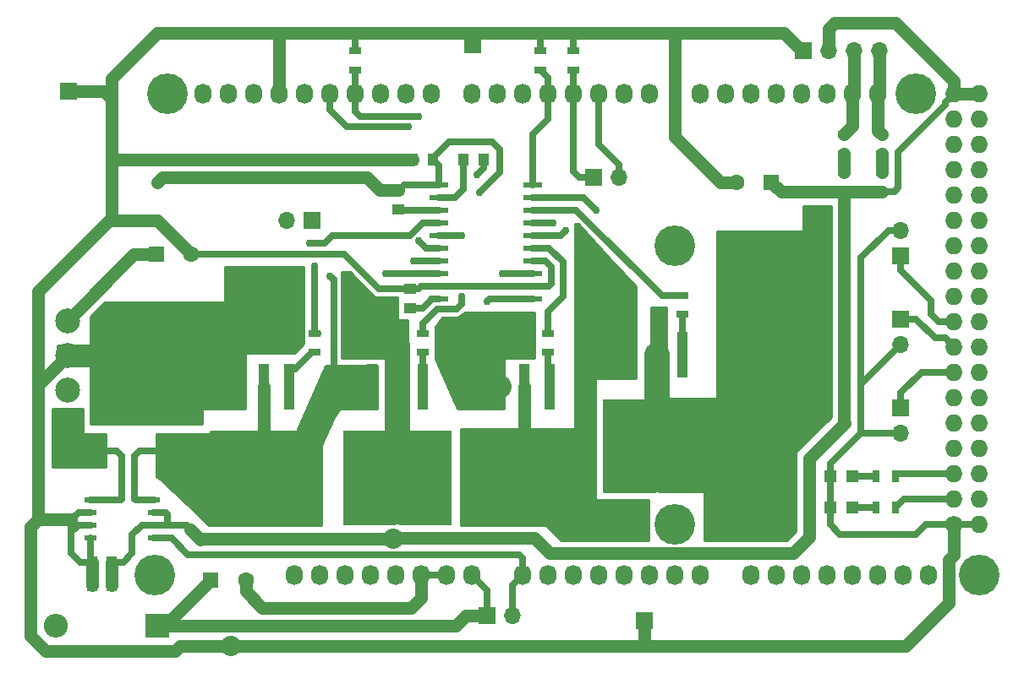
<source format=gbr>
G04 #@! TF.GenerationSoftware,KiCad,Pcbnew,(5.0.0-rc2-37-ga8db21319)*
G04 #@! TF.CreationDate,2018-06-29T03:36:38+01:00*
G04 #@! TF.ProjectId,tug,7475672E6B696361645F706362000000,rev?*
G04 #@! TF.SameCoordinates,Original*
G04 #@! TF.FileFunction,Copper,L1,Top,Signal*
G04 #@! TF.FilePolarity,Positive*
%FSLAX46Y46*%
G04 Gerber Fmt 4.6, Leading zero omitted, Abs format (unit mm)*
G04 Created by KiCad (PCBNEW (5.0.0-rc2-37-ga8db21319)) date Fri Jun 29 03:36:38 2018*
%MOMM*%
%LPD*%
G01*
G04 APERTURE LIST*
G04 #@! TA.AperFunction,SMDPad,CuDef*
%ADD10R,1.143000X0.508000*%
G04 #@! TD*
G04 #@! TA.AperFunction,ComponentPad*
%ADD11C,1.727200*%
G04 #@! TD*
G04 #@! TA.AperFunction,ComponentPad*
%ADD12O,1.727200X1.727200*%
G04 #@! TD*
G04 #@! TA.AperFunction,ComponentPad*
%ADD13O,1.727200X2.032000*%
G04 #@! TD*
G04 #@! TA.AperFunction,ComponentPad*
%ADD14C,4.064000*%
G04 #@! TD*
G04 #@! TA.AperFunction,SMDPad,CuDef*
%ADD15R,1.250000X1.000000*%
G04 #@! TD*
G04 #@! TA.AperFunction,SMDPad,CuDef*
%ADD16R,1.000000X1.250000*%
G04 #@! TD*
G04 #@! TA.AperFunction,ComponentPad*
%ADD17C,1.600000*%
G04 #@! TD*
G04 #@! TA.AperFunction,ComponentPad*
%ADD18R,1.600000X1.600000*%
G04 #@! TD*
G04 #@! TA.AperFunction,SMDPad,CuDef*
%ADD19R,1.200000X1.200000*%
G04 #@! TD*
G04 #@! TA.AperFunction,ComponentPad*
%ADD20R,2.400000X2.400000*%
G04 #@! TD*
G04 #@! TA.AperFunction,ComponentPad*
%ADD21O,2.400000X2.400000*%
G04 #@! TD*
G04 #@! TA.AperFunction,ComponentPad*
%ADD22R,1.700000X1.700000*%
G04 #@! TD*
G04 #@! TA.AperFunction,ComponentPad*
%ADD23O,1.700000X1.700000*%
G04 #@! TD*
G04 #@! TA.AperFunction,ComponentPad*
%ADD24C,2.500000*%
G04 #@! TD*
G04 #@! TA.AperFunction,SMDPad,CuDef*
%ADD25R,5.250000X4.550000*%
G04 #@! TD*
G04 #@! TA.AperFunction,SMDPad,CuDef*
%ADD26R,10.800000X9.400000*%
G04 #@! TD*
G04 #@! TA.AperFunction,SMDPad,CuDef*
%ADD27R,1.100000X4.600000*%
G04 #@! TD*
G04 #@! TA.AperFunction,SMDPad,CuDef*
%ADD28R,1.300000X0.700000*%
G04 #@! TD*
G04 #@! TA.AperFunction,SMDPad,CuDef*
%ADD29R,0.700000X1.300000*%
G04 #@! TD*
G04 #@! TA.AperFunction,SMDPad,CuDef*
%ADD30R,1.950000X0.600000*%
G04 #@! TD*
G04 #@! TA.AperFunction,SMDPad,CuDef*
%ADD31R,1.000000X3.200000*%
G04 #@! TD*
G04 #@! TA.AperFunction,ViaPad*
%ADD32C,2.032000*%
G04 #@! TD*
G04 #@! TA.AperFunction,ViaPad*
%ADD33C,3.048000*%
G04 #@! TD*
G04 #@! TA.AperFunction,ViaPad*
%ADD34C,0.762000*%
G04 #@! TD*
G04 #@! TA.AperFunction,Conductor*
%ADD35C,0.635000*%
G04 #@! TD*
G04 #@! TA.AperFunction,Conductor*
%ADD36C,1.270000*%
G04 #@! TD*
G04 #@! TA.AperFunction,Conductor*
%ADD37C,2.540000*%
G04 #@! TD*
G04 #@! TA.AperFunction,Conductor*
%ADD38C,3.810000*%
G04 #@! TD*
G04 #@! TA.AperFunction,Conductor*
%ADD39C,0.254000*%
G04 #@! TD*
G04 APERTURE END LIST*
D10*
G04 #@! TO.P,U2,8*
G04 #@! TO.N,/SRC_HS1*
X117221000Y-111633000D03*
G04 #@! TO.P,U2,7*
G04 #@! TO.N,+5V*
X117221000Y-112903000D03*
G04 #@! TO.P,U2,6*
X117221000Y-114173000D03*
G04 #@! TO.P,U2,5*
G04 #@! TO.N,/A0*
X117221000Y-115443000D03*
G04 #@! TO.P,U2,4*
G04 #@! TO.N,GND*
X110871000Y-115443000D03*
G04 #@! TO.P,U2,3*
X110871000Y-114173000D03*
G04 #@! TO.P,U2,2*
X110871000Y-112903000D03*
G04 #@! TO.P,U2,1*
G04 #@! TO.N,/M1*
X110871000Y-111633000D03*
G04 #@! TD*
D11*
G04 #@! TO.P,P1,1*
G04 #@! TO.N,GND*
X197358000Y-114046000D03*
D12*
G04 #@! TO.P,P1,2*
X199898000Y-114046000D03*
G04 #@! TO.P,P1,3*
G04 #@! TO.N,/52(SCK)*
X197358000Y-111506000D03*
G04 #@! TO.P,P1,4*
G04 #@! TO.N,/53(SS)*
X199898000Y-111506000D03*
G04 #@! TO.P,P1,5*
G04 #@! TO.N,/50(MISO)*
X197358000Y-108966000D03*
G04 #@! TO.P,P1,6*
G04 #@! TO.N,/51(MOSI)*
X199898000Y-108966000D03*
G04 #@! TO.P,P1,7*
G04 #@! TO.N,/48*
X197358000Y-106426000D03*
G04 #@! TO.P,P1,8*
G04 #@! TO.N,/49*
X199898000Y-106426000D03*
G04 #@! TO.P,P1,9*
G04 #@! TO.N,/46*
X197358000Y-103886000D03*
G04 #@! TO.P,P1,10*
G04 #@! TO.N,/47*
X199898000Y-103886000D03*
G04 #@! TO.P,P1,11*
G04 #@! TO.N,/44*
X197358000Y-101346000D03*
G04 #@! TO.P,P1,12*
G04 #@! TO.N,/45*
X199898000Y-101346000D03*
G04 #@! TO.P,P1,13*
G04 #@! TO.N,/42*
X197358000Y-98806000D03*
G04 #@! TO.P,P1,14*
G04 #@! TO.N,/43*
X199898000Y-98806000D03*
G04 #@! TO.P,P1,15*
G04 #@! TO.N,/40*
X197358000Y-96266000D03*
G04 #@! TO.P,P1,16*
G04 #@! TO.N,/41*
X199898000Y-96266000D03*
G04 #@! TO.P,P1,17*
G04 #@! TO.N,/38*
X197358000Y-93726000D03*
G04 #@! TO.P,P1,18*
G04 #@! TO.N,/39*
X199898000Y-93726000D03*
G04 #@! TO.P,P1,19*
G04 #@! TO.N,/36*
X197358000Y-91186000D03*
G04 #@! TO.P,P1,20*
G04 #@! TO.N,/37*
X199898000Y-91186000D03*
G04 #@! TO.P,P1,21*
G04 #@! TO.N,/34*
X197358000Y-88646000D03*
G04 #@! TO.P,P1,22*
G04 #@! TO.N,/35*
X199898000Y-88646000D03*
G04 #@! TO.P,P1,23*
G04 #@! TO.N,/32*
X197358000Y-86106000D03*
G04 #@! TO.P,P1,24*
G04 #@! TO.N,/33*
X199898000Y-86106000D03*
G04 #@! TO.P,P1,25*
G04 #@! TO.N,/30*
X197358000Y-83566000D03*
G04 #@! TO.P,P1,26*
G04 #@! TO.N,/31*
X199898000Y-83566000D03*
G04 #@! TO.P,P1,27*
G04 #@! TO.N,/28*
X197358000Y-81026000D03*
G04 #@! TO.P,P1,28*
G04 #@! TO.N,/29*
X199898000Y-81026000D03*
G04 #@! TO.P,P1,29*
G04 #@! TO.N,/26*
X197358000Y-78486000D03*
G04 #@! TO.P,P1,30*
G04 #@! TO.N,/27*
X199898000Y-78486000D03*
G04 #@! TO.P,P1,31*
G04 #@! TO.N,/24*
X197358000Y-75946000D03*
G04 #@! TO.P,P1,32*
G04 #@! TO.N,/25*
X199898000Y-75946000D03*
G04 #@! TO.P,P1,33*
G04 #@! TO.N,/22*
X197358000Y-73406000D03*
G04 #@! TO.P,P1,34*
G04 #@! TO.N,/23*
X199898000Y-73406000D03*
G04 #@! TO.P,P1,35*
G04 #@! TO.N,+5V*
X197358000Y-70866000D03*
G04 #@! TO.P,P1,36*
X199898000Y-70866000D03*
G04 #@! TD*
D13*
G04 #@! TO.P,P2,1*
G04 #@! TO.N,Net-(P2-Pad1)*
X131318000Y-119126000D03*
G04 #@! TO.P,P2,2*
G04 #@! TO.N,/IOREF*
X133858000Y-119126000D03*
G04 #@! TO.P,P2,3*
G04 #@! TO.N,/Reset*
X136398000Y-119126000D03*
G04 #@! TO.P,P2,4*
G04 #@! TO.N,+3V3*
X138938000Y-119126000D03*
G04 #@! TO.P,P2,5*
G04 #@! TO.N,+5V*
X141478000Y-119126000D03*
G04 #@! TO.P,P2,6*
G04 #@! TO.N,GND*
X144018000Y-119126000D03*
G04 #@! TO.P,P2,7*
X146558000Y-119126000D03*
G04 #@! TO.P,P2,8*
G04 #@! TO.N,/Vin*
X149098000Y-119126000D03*
G04 #@! TD*
G04 #@! TO.P,P3,1*
G04 #@! TO.N,/A0*
X154178000Y-119126000D03*
G04 #@! TO.P,P3,2*
G04 #@! TO.N,/A1*
X156718000Y-119126000D03*
G04 #@! TO.P,P3,3*
G04 #@! TO.N,/A2*
X159258000Y-119126000D03*
G04 #@! TO.P,P3,4*
G04 #@! TO.N,/A3*
X161798000Y-119126000D03*
G04 #@! TO.P,P3,5*
G04 #@! TO.N,/A4*
X164338000Y-119126000D03*
G04 #@! TO.P,P3,6*
G04 #@! TO.N,/A5*
X166878000Y-119126000D03*
G04 #@! TO.P,P3,7*
G04 #@! TO.N,/A6*
X169418000Y-119126000D03*
G04 #@! TO.P,P3,8*
G04 #@! TO.N,/A7*
X171958000Y-119126000D03*
G04 #@! TD*
G04 #@! TO.P,P4,1*
G04 #@! TO.N,/A8*
X177038000Y-119126000D03*
G04 #@! TO.P,P4,2*
G04 #@! TO.N,/A9*
X179578000Y-119126000D03*
G04 #@! TO.P,P4,3*
G04 #@! TO.N,/A10*
X182118000Y-119126000D03*
G04 #@! TO.P,P4,4*
G04 #@! TO.N,/A11*
X184658000Y-119126000D03*
G04 #@! TO.P,P4,5*
G04 #@! TO.N,/A12*
X187198000Y-119126000D03*
G04 #@! TO.P,P4,6*
G04 #@! TO.N,/A13*
X189738000Y-119126000D03*
G04 #@! TO.P,P4,7*
G04 #@! TO.N,/A14*
X192278000Y-119126000D03*
G04 #@! TO.P,P4,8*
G04 #@! TO.N,/A15*
X194818000Y-119126000D03*
G04 #@! TD*
G04 #@! TO.P,P5,1*
G04 #@! TO.N,/SCL*
X122174000Y-70866000D03*
G04 #@! TO.P,P5,2*
G04 #@! TO.N,/SDA*
X124714000Y-70866000D03*
G04 #@! TO.P,P5,3*
G04 #@! TO.N,/AREF*
X127254000Y-70866000D03*
G04 #@! TO.P,P5,4*
G04 #@! TO.N,GND*
X129794000Y-70866000D03*
G04 #@! TO.P,P5,5*
G04 #@! TO.N,/13(\002A\002A)*
X132334000Y-70866000D03*
G04 #@! TO.P,P5,6*
G04 #@! TO.N,/12(\002A\002A)*
X134874000Y-70866000D03*
G04 #@! TO.P,P5,7*
G04 #@! TO.N,/11(\002A\002A)*
X137414000Y-70866000D03*
G04 #@! TO.P,P5,8*
G04 #@! TO.N,/10(\002A\002A)*
X139954000Y-70866000D03*
G04 #@! TO.P,P5,9*
G04 #@! TO.N,/9(\002A\002A)*
X142494000Y-70866000D03*
G04 #@! TO.P,P5,10*
G04 #@! TO.N,/8(\002A\002A)*
X145034000Y-70866000D03*
G04 #@! TD*
G04 #@! TO.P,P6,1*
G04 #@! TO.N,/7(\002A\002A)*
X149098000Y-70866000D03*
G04 #@! TO.P,P6,2*
G04 #@! TO.N,/6(\002A\002A)*
X151638000Y-70866000D03*
G04 #@! TO.P,P6,3*
G04 #@! TO.N,/5(\002A\002A)*
X154178000Y-70866000D03*
G04 #@! TO.P,P6,4*
G04 #@! TO.N,/4(\002A\002A)*
X156718000Y-70866000D03*
G04 #@! TO.P,P6,5*
G04 #@! TO.N,/3(\002A\002A)*
X159258000Y-70866000D03*
G04 #@! TO.P,P6,6*
G04 #@! TO.N,/2(\002A\002A)*
X161798000Y-70866000D03*
G04 #@! TO.P,P6,7*
G04 #@! TO.N,/1(Tx0)*
X164338000Y-70866000D03*
G04 #@! TO.P,P6,8*
G04 #@! TO.N,/0(Rx0)*
X166878000Y-70866000D03*
G04 #@! TD*
G04 #@! TO.P,P7,1*
G04 #@! TO.N,/14(Tx3)*
X171958000Y-70866000D03*
G04 #@! TO.P,P7,2*
G04 #@! TO.N,/15(Rx3)*
X174498000Y-70866000D03*
G04 #@! TO.P,P7,3*
G04 #@! TO.N,/16(Tx2)*
X177038000Y-70866000D03*
G04 #@! TO.P,P7,4*
G04 #@! TO.N,/17(Rx2)*
X179578000Y-70866000D03*
G04 #@! TO.P,P7,5*
G04 #@! TO.N,/18(Tx1)*
X182118000Y-70866000D03*
G04 #@! TO.P,P7,6*
G04 #@! TO.N,/19(Rx1)*
X184658000Y-70866000D03*
G04 #@! TO.P,P7,7*
G04 #@! TO.N,/20(SDA)*
X187198000Y-70866000D03*
G04 #@! TO.P,P7,8*
G04 #@! TO.N,/21(SCL)*
X189738000Y-70866000D03*
G04 #@! TD*
D14*
G04 #@! TO.P,P8,1*
G04 #@! TO.N,Net-(P8-Pad1)*
X117348000Y-119126000D03*
G04 #@! TD*
G04 #@! TO.P,P9,1*
G04 #@! TO.N,Net-(P9-Pad1)*
X169418000Y-114046000D03*
G04 #@! TD*
G04 #@! TO.P,P10,1*
G04 #@! TO.N,Net-(P10-Pad1)*
X199898000Y-119126000D03*
G04 #@! TD*
G04 #@! TO.P,P11,1*
G04 #@! TO.N,Net-(P11-Pad1)*
X118618000Y-70866000D03*
G04 #@! TD*
G04 #@! TO.P,P12,1*
G04 #@! TO.N,Net-(P12-Pad1)*
X169418000Y-86106000D03*
G04 #@! TD*
G04 #@! TO.P,P13,1*
G04 #@! TO.N,Net-(P13-Pad1)*
X193548000Y-70866000D03*
G04 #@! TD*
D15*
G04 #@! TO.P,C1,2*
G04 #@! TO.N,GND*
X142875000Y-90440000D03*
G04 #@! TO.P,C1,1*
G04 #@! TO.N,Net-(C1-Pad1)*
X142875000Y-92440000D03*
G04 #@! TD*
G04 #@! TO.P,C2,1*
G04 #@! TO.N,Net-(C2-Pad1)*
X141732000Y-82534000D03*
G04 #@! TO.P,C2,2*
G04 #@! TO.N,+12V*
X141732000Y-80534000D03*
G04 #@! TD*
D16*
G04 #@! TO.P,C3,1*
G04 #@! TO.N,+12V*
X145145000Y-77470000D03*
G04 #@! TO.P,C3,2*
G04 #@! TO.N,GND*
X143145000Y-77470000D03*
G04 #@! TD*
G04 #@! TO.P,C4,2*
G04 #@! TO.N,Net-(C4-Pad2)*
X148225000Y-77470000D03*
G04 #@! TO.P,C4,1*
G04 #@! TO.N,Net-(C4-Pad1)*
X150225000Y-77470000D03*
G04 #@! TD*
D17*
G04 #@! TO.P,C5,2*
G04 #@! TO.N,GND*
X120975000Y-86995000D03*
D18*
G04 #@! TO.P,C5,1*
G04 #@! TO.N,+12V*
X117475000Y-86995000D03*
G04 #@! TD*
G04 #@! TO.P,C6,1*
G04 #@! TO.N,/Vin*
X122936000Y-119634000D03*
D17*
G04 #@! TO.P,C6,2*
G04 #@! TO.N,GND*
X126436000Y-119634000D03*
G04 #@! TD*
D16*
G04 #@! TO.P,C7,2*
G04 #@! TO.N,GND*
X111014000Y-117856000D03*
G04 #@! TO.P,C7,1*
G04 #@! TO.N,+5V*
X113014000Y-117856000D03*
G04 #@! TD*
G04 #@! TO.P,C8,1*
G04 #@! TO.N,+5V*
X113014000Y-120142000D03*
G04 #@! TO.P,C8,2*
G04 #@! TO.N,GND*
X111014000Y-120142000D03*
G04 #@! TD*
D19*
G04 #@! TO.P,D1,1*
G04 #@! TO.N,GND*
X184955000Y-109220000D03*
G04 #@! TO.P,D1,2*
G04 #@! TO.N,Net-(D1-Pad2)*
X187155000Y-109220000D03*
G04 #@! TD*
G04 #@! TO.P,D2,2*
G04 #@! TO.N,Net-(D2-Pad2)*
X187155000Y-112395000D03*
G04 #@! TO.P,D2,1*
G04 #@! TO.N,GND*
X184955000Y-112395000D03*
G04 #@! TD*
D20*
G04 #@! TO.P,D3,1*
G04 #@! TO.N,/Vin*
X117602000Y-124206000D03*
D21*
G04 #@! TO.P,D3,2*
G04 #@! TO.N,+12V*
X107442000Y-124206000D03*
G04 #@! TD*
D22*
G04 #@! TO.P,J1,1*
G04 #@! TO.N,GND*
X182245000Y-66548000D03*
D23*
G04 #@! TO.P,J1,2*
G04 #@! TO.N,+5V*
X184785000Y-66548000D03*
G04 #@! TO.P,J1,3*
G04 #@! TO.N,/20(SDA)*
X187325000Y-66548000D03*
G04 #@! TO.P,J1,4*
G04 #@! TO.N,/21(SCL)*
X189865000Y-66548000D03*
G04 #@! TD*
D24*
G04 #@! TO.P,J2,4*
G04 #@! TO.N,+12V*
X108585000Y-93640000D03*
G04 #@! TO.P,J2,3*
G04 #@! TO.N,GND*
X108585000Y-97140000D03*
G04 #@! TO.P,J2,2*
G04 #@! TO.N,/M2*
X108585000Y-100640000D03*
G04 #@! TO.P,J2,1*
G04 #@! TO.N,/M1*
X108585000Y-104140000D03*
G04 #@! TD*
D25*
G04 #@! TO.P,Q1,2*
G04 #@! TO.N,+12V*
X138830000Y-106995000D03*
X144380000Y-111845000D03*
X144380000Y-106995000D03*
X138830000Y-111845000D03*
D26*
X141605000Y-109420000D03*
D27*
G04 #@! TO.P,Q1,3*
G04 #@! TO.N,/SRC_HS1*
X139065000Y-100270000D03*
G04 #@! TO.P,Q1,2*
G04 #@! TO.N,+12V*
X141605000Y-100270000D03*
G04 #@! TO.P,Q1,1*
G04 #@! TO.N,/GATE_HS1*
X144145000Y-100270000D03*
G04 #@! TD*
G04 #@! TO.P,Q2,1*
G04 #@! TO.N,/GATE_LS1*
X130810000Y-100270000D03*
G04 #@! TO.P,Q2,2*
G04 #@! TO.N,/SRC_HS1*
X128270000Y-100270000D03*
G04 #@! TO.P,Q2,3*
G04 #@! TO.N,GND*
X125730000Y-100270000D03*
D26*
G04 #@! TO.P,Q2,2*
G04 #@! TO.N,/SRC_HS1*
X128270000Y-109420000D03*
D25*
X125495000Y-111845000D03*
X131045000Y-106995000D03*
X131045000Y-111845000D03*
X125495000Y-106995000D03*
G04 #@! TD*
G04 #@! TO.P,Q3,2*
G04 #@! TO.N,+12V*
X164865000Y-103820000D03*
X170415000Y-108670000D03*
X170415000Y-103820000D03*
X164865000Y-108670000D03*
D26*
X167640000Y-106245000D03*
D27*
G04 #@! TO.P,Q3,3*
G04 #@! TO.N,/M2*
X165100000Y-97095000D03*
G04 #@! TO.P,Q3,2*
G04 #@! TO.N,+12V*
X167640000Y-97095000D03*
G04 #@! TO.P,Q3,1*
G04 #@! TO.N,/GATE_HS2*
X170180000Y-97095000D03*
G04 #@! TD*
G04 #@! TO.P,Q4,1*
G04 #@! TO.N,/GATE_LS2*
X156845000Y-100270000D03*
G04 #@! TO.P,Q4,2*
G04 #@! TO.N,/M2*
X154305000Y-100270000D03*
G04 #@! TO.P,Q4,3*
G04 #@! TO.N,GND*
X151765000Y-100270000D03*
D26*
G04 #@! TO.P,Q4,2*
G04 #@! TO.N,/M2*
X154305000Y-109420000D03*
D25*
X151530000Y-111845000D03*
X157080000Y-106995000D03*
X157080000Y-111845000D03*
X151530000Y-106995000D03*
G04 #@! TD*
D28*
G04 #@! TO.P,R1,2*
G04 #@! TO.N,Net-(R1-Pad2)*
X186309000Y-78806000D03*
G04 #@! TO.P,R1,1*
G04 #@! TO.N,+5V*
X186309000Y-80706000D03*
G04 #@! TD*
G04 #@! TO.P,R2,1*
G04 #@! TO.N,Net-(R1-Pad2)*
X186309000Y-76896000D03*
G04 #@! TO.P,R2,2*
G04 #@! TO.N,/20(SDA)*
X186309000Y-74996000D03*
G04 #@! TD*
G04 #@! TO.P,R3,1*
G04 #@! TO.N,+5V*
X190119000Y-80706000D03*
G04 #@! TO.P,R3,2*
G04 #@! TO.N,Net-(R3-Pad2)*
X190119000Y-78806000D03*
G04 #@! TD*
G04 #@! TO.P,R4,2*
G04 #@! TO.N,/21(SCL)*
X190119000Y-74996000D03*
G04 #@! TO.P,R4,1*
G04 #@! TO.N,Net-(R3-Pad2)*
X190119000Y-76896000D03*
G04 #@! TD*
D29*
G04 #@! TO.P,R5,1*
G04 #@! TO.N,Net-(D1-Pad2)*
X189550000Y-109220000D03*
G04 #@! TO.P,R5,2*
G04 #@! TO.N,/50(MISO)*
X191450000Y-109220000D03*
G04 #@! TD*
G04 #@! TO.P,R6,2*
G04 #@! TO.N,/52(SCK)*
X191450000Y-112395000D03*
G04 #@! TO.P,R6,1*
G04 #@! TO.N,Net-(D2-Pad2)*
X189550000Y-112395000D03*
G04 #@! TD*
D28*
G04 #@! TO.P,R7,1*
G04 #@! TO.N,/GATE_HS1*
X144145000Y-96835000D03*
G04 #@! TO.P,R7,2*
G04 #@! TO.N,Net-(R7-Pad2)*
X144145000Y-94935000D03*
G04 #@! TD*
G04 #@! TO.P,R8,2*
G04 #@! TO.N,Net-(R8-Pad2)*
X133350000Y-94935000D03*
G04 #@! TO.P,R8,1*
G04 #@! TO.N,/GATE_LS1*
X133350000Y-96835000D03*
G04 #@! TD*
G04 #@! TO.P,R9,1*
G04 #@! TO.N,/GATE_HS2*
X170180000Y-93025000D03*
G04 #@! TO.P,R9,2*
G04 #@! TO.N,Net-(R9-Pad2)*
X170180000Y-91125000D03*
G04 #@! TD*
G04 #@! TO.P,R10,2*
G04 #@! TO.N,Net-(R10-Pad2)*
X156718000Y-94935000D03*
G04 #@! TO.P,R10,1*
G04 #@! TO.N,/GATE_LS2*
X156718000Y-96835000D03*
G04 #@! TD*
D30*
G04 #@! TO.P,U1,1*
G04 #@! TO.N,+12V*
X145795000Y-80010000D03*
G04 #@! TO.P,U1,2*
G04 #@! TO.N,Net-(C4-Pad2)*
X145795000Y-81280000D03*
G04 #@! TO.P,U1,3*
G04 #@! TO.N,Net-(C2-Pad1)*
X145795000Y-82550000D03*
G04 #@! TO.P,U1,4*
G04 #@! TO.N,/SRC_HS1*
X145795000Y-83820000D03*
G04 #@! TO.P,U1,5*
G04 #@! TO.N,Net-(R7-Pad2)*
X145795000Y-85090000D03*
G04 #@! TO.P,U1,6*
G04 #@! TO.N,/11(\002A\002A)*
X145795000Y-86360000D03*
G04 #@! TO.P,U1,7*
G04 #@! TO.N,/12(\002A\002A)*
X145795000Y-87630000D03*
G04 #@! TO.P,U1,8*
G04 #@! TO.N,Net-(R8-Pad2)*
X145795000Y-88900000D03*
G04 #@! TO.P,U1,9*
G04 #@! TO.N,GND*
X145795000Y-90170000D03*
G04 #@! TO.P,U1,10*
G04 #@! TO.N,Net-(C1-Pad1)*
X145795000Y-91440000D03*
G04 #@! TO.P,U1,11*
G04 #@! TO.N,+12V*
X155195000Y-91440000D03*
G04 #@! TO.P,U1,12*
G04 #@! TO.N,GND*
X155195000Y-90170000D03*
G04 #@! TO.P,U1,13*
G04 #@! TO.N,Net-(C4-Pad1)*
X155195000Y-88900000D03*
G04 #@! TO.P,U1,14*
G04 #@! TO.N,GND*
X155195000Y-87630000D03*
G04 #@! TO.P,U1,15*
G04 #@! TO.N,Net-(R10-Pad2)*
X155195000Y-86360000D03*
G04 #@! TO.P,U1,16*
G04 #@! TO.N,/2(\002A\002A)*
X155195000Y-85090000D03*
G04 #@! TO.P,U1,17*
G04 #@! TO.N,/3(\002A\002A)*
X155195000Y-83820000D03*
G04 #@! TO.P,U1,18*
G04 #@! TO.N,Net-(R9-Pad2)*
X155195000Y-82550000D03*
G04 #@! TO.P,U1,19*
G04 #@! TO.N,/M2*
X155195000Y-81280000D03*
G04 #@! TO.P,U1,20*
G04 #@! TO.N,/4(\002A\002A)*
X155195000Y-80010000D03*
G04 #@! TD*
D28*
G04 #@! TO.P,R11,2*
G04 #@! TO.N,GND*
X137414000Y-66614000D03*
G04 #@! TO.P,R11,1*
G04 #@! TO.N,/11(\002A\002A)*
X137414000Y-68514000D03*
G04 #@! TD*
G04 #@! TO.P,R12,1*
G04 #@! TO.N,/3(\002A\002A)*
X159258000Y-68514000D03*
G04 #@! TO.P,R12,2*
G04 #@! TO.N,GND*
X159258000Y-66614000D03*
G04 #@! TD*
G04 #@! TO.P,R13,1*
G04 #@! TO.N,/4(\002A\002A)*
X155956000Y-68514000D03*
G04 #@! TO.P,R13,2*
G04 #@! TO.N,GND*
X155956000Y-66614000D03*
G04 #@! TD*
D22*
G04 #@! TO.P,J6,1*
G04 #@! TO.N,/38*
X192024000Y-87122000D03*
D23*
G04 #@! TO.P,J6,2*
G04 #@! TO.N,GND*
X192024000Y-84582000D03*
G04 #@! TD*
G04 #@! TO.P,J7,2*
G04 #@! TO.N,GND*
X192024000Y-96012000D03*
D22*
G04 #@! TO.P,J7,1*
G04 #@! TO.N,/40*
X192024000Y-93472000D03*
G04 #@! TD*
G04 #@! TO.P,J8,1*
G04 #@! TO.N,/42*
X192024000Y-102362000D03*
D23*
G04 #@! TO.P,J8,2*
G04 #@! TO.N,GND*
X192024000Y-104902000D03*
G04 #@! TD*
D18*
G04 #@! TO.P,C9,1*
G04 #@! TO.N,+5V*
X179070000Y-79756000D03*
D17*
G04 #@! TO.P,C9,2*
G04 #@! TO.N,GND*
X175570000Y-79756000D03*
G04 #@! TD*
D22*
G04 #@! TO.P,J9,1*
G04 #@! TO.N,GND*
X166370000Y-123698000D03*
G04 #@! TD*
G04 #@! TO.P,J10,1*
G04 #@! TO.N,GND*
X149148619Y-66031500D03*
G04 #@! TD*
D31*
G04 #@! TO.P,R14,1*
G04 #@! TO.N,/SRC_HS1*
X118162000Y-106680000D03*
G04 #@! TO.P,R14,2*
G04 #@! TO.N,/M1*
X111962000Y-106680000D03*
G04 #@! TD*
D22*
G04 #@! TO.P,J3,1*
G04 #@! TO.N,/3(\002A\002A)*
X161290000Y-79248000D03*
D23*
G04 #@! TO.P,J3,2*
G04 #@! TO.N,/2(\002A\002A)*
X163830000Y-79248000D03*
G04 #@! TD*
G04 #@! TO.P,J4,2*
G04 #@! TO.N,/12(\002A\002A)*
X130556000Y-83566000D03*
D22*
G04 #@! TO.P,J4,1*
G04 #@! TO.N,/11(\002A\002A)*
X133096000Y-83566000D03*
G04 #@! TD*
G04 #@! TO.P,J5,1*
G04 #@! TO.N,/Vin*
X150622000Y-123190000D03*
D23*
G04 #@! TO.P,J5,2*
G04 #@! TO.N,/A0*
X153162000Y-123190000D03*
G04 #@! TD*
D22*
G04 #@! TO.P,J11,1*
G04 #@! TO.N,GND*
X108712000Y-70612000D03*
G04 #@! TD*
D32*
G04 #@! TO.N,GND*
X124968000Y-126238000D03*
D33*
X117602000Y-97028000D03*
X120904000Y-97028000D03*
X124968000Y-97028000D03*
X120904000Y-100838000D03*
X149352000Y-100584000D03*
X117348000Y-100330000D03*
D32*
G04 #@! TO.N,+5V*
X141224000Y-115506500D03*
D34*
G04 #@! TO.N,/12(\002A\002A)*
X142748000Y-74168000D03*
X143256000Y-87630000D03*
G04 #@! TO.N,/11(\002A\002A)*
X143764000Y-85598000D03*
X143764000Y-73152000D03*
G04 #@! TO.N,/3(\002A\002A)*
X157226000Y-83820000D03*
G04 #@! TO.N,/2(\002A\002A)*
X158496000Y-84582000D03*
G04 #@! TO.N,+12V*
X150622000Y-91694000D03*
X117602000Y-79756000D03*
X149860000Y-80772000D03*
D33*
X140970000Y-95504000D03*
X175260000Y-107188000D03*
X175260000Y-102616000D03*
X175260000Y-98044000D03*
X175260000Y-93726000D03*
X175260000Y-89408000D03*
X175260000Y-111760000D03*
X179578000Y-111760000D03*
X179578000Y-107188000D03*
X179578000Y-102616000D03*
X179578000Y-98044000D03*
X179578000Y-93726000D03*
X179578000Y-89408000D03*
X183642000Y-89408000D03*
X183642000Y-98044000D03*
X137668000Y-93472000D03*
D34*
G04 #@! TO.N,Net-(C4-Pad1)*
X152146000Y-88900000D03*
X149606000Y-78994000D03*
D33*
G04 #@! TO.N,/M2*
X164846000Y-113792000D03*
D34*
X161544000Y-82550000D03*
X161290000Y-86614000D03*
D33*
X161036000Y-113792000D03*
D34*
G04 #@! TO.N,Net-(R7-Pad2)*
X148082000Y-85090000D03*
X148082000Y-91186000D03*
G04 #@! TO.N,Net-(R8-Pad2)*
X140462000Y-88900000D03*
X133350000Y-88138000D03*
G04 #@! TO.N,/SRC_HS1*
X132842000Y-85852000D03*
X134874000Y-89154000D03*
G04 #@! TD*
D35*
G04 #@! TO.N,GND*
X197358000Y-114046000D02*
X199898000Y-114046000D01*
X144018000Y-119126000D02*
X146558000Y-119126000D01*
D36*
X107335001Y-98404999D02*
X105664000Y-100076000D01*
X105664000Y-100076000D02*
X105664000Y-113538000D01*
X107335001Y-98389999D02*
X107335001Y-98404999D01*
X108585000Y-97140000D02*
X107335001Y-98389999D01*
X143002000Y-122428000D02*
X144018000Y-121412000D01*
X126436000Y-120765370D02*
X128098630Y-122428000D01*
X144018000Y-121412000D02*
X144018000Y-119126000D01*
X128098630Y-122428000D02*
X143002000Y-122428000D01*
X126436000Y-119634000D02*
X126436000Y-120765370D01*
D35*
X142875000Y-90440000D02*
X143748000Y-90440000D01*
X144018000Y-90170000D02*
X145795000Y-90170000D01*
X143748000Y-90440000D02*
X144018000Y-90170000D01*
X145795000Y-90170000D02*
X155195000Y-90170000D01*
X155195000Y-90170000D02*
X153585000Y-90170000D01*
X157059000Y-88225000D02*
X156464000Y-87630000D01*
X156464000Y-87630000D02*
X155195000Y-87630000D01*
X155195000Y-90170000D02*
X156805000Y-90170000D01*
X157059000Y-89916000D02*
X157059000Y-88225000D01*
X156805000Y-90170000D02*
X157059000Y-89916000D01*
D36*
X117546000Y-83566000D02*
X113030000Y-83566000D01*
X120975000Y-86995000D02*
X117546000Y-83566000D01*
D35*
X136271000Y-86995000D02*
X120975000Y-86995000D01*
X142875000Y-90440000D02*
X139716000Y-90440000D01*
X139716000Y-90440000D02*
X136271000Y-86995000D01*
X197358000Y-114046000D02*
X194564000Y-114046000D01*
X194564000Y-114046000D02*
X193548000Y-115062000D01*
X193548000Y-115062000D02*
X185928000Y-115062000D01*
X184955000Y-114089000D02*
X184955000Y-112395000D01*
X185928000Y-115062000D02*
X184955000Y-114089000D01*
X184955000Y-112395000D02*
X184955000Y-109220000D01*
D36*
X197358000Y-114046000D02*
X197358000Y-117094000D01*
X197358000Y-117094000D02*
X196850000Y-117602000D01*
X126404840Y-126238000D02*
X124968000Y-126238000D01*
X117602000Y-64770000D02*
X113030000Y-69342000D01*
X182245000Y-66548000D02*
X182118000Y-66548000D01*
X182118000Y-66548000D02*
X180340000Y-64770000D01*
X129794000Y-70866000D02*
X129794000Y-64770000D01*
X129794000Y-64770000D02*
X117602000Y-64770000D01*
X141375000Y-77470000D02*
X113030000Y-77470000D01*
X143145000Y-77470000D02*
X141375000Y-77470000D01*
X113030000Y-77470000D02*
X113030000Y-83566000D01*
D35*
X155956000Y-66614000D02*
X155956000Y-65629000D01*
X155956000Y-65629000D02*
X155956000Y-64770000D01*
X159258000Y-66614000D02*
X159258000Y-64770000D01*
D36*
X159258000Y-64770000D02*
X155956000Y-64770000D01*
D35*
X137414000Y-65629000D02*
X137414000Y-64770000D01*
X137414000Y-66614000D02*
X137414000Y-65629000D01*
D36*
X137414000Y-64770000D02*
X129794000Y-64770000D01*
X169672000Y-64770000D02*
X159258000Y-64770000D01*
X180340000Y-64770000D02*
X169672000Y-64770000D01*
X155702000Y-126238000D02*
X126404840Y-126238000D01*
X196850000Y-117602000D02*
X196850000Y-121920000D01*
X196850000Y-121920000D02*
X192532000Y-126238000D01*
X105406999Y-113795001D02*
X105664000Y-113538000D01*
X124968000Y-126238000D02*
X119888000Y-126238000D01*
X104902000Y-114300000D02*
X105406999Y-113795001D01*
X104902000Y-125222000D02*
X104902000Y-114300000D01*
X119888000Y-126238000D02*
X119380000Y-126746000D01*
X106426000Y-126746000D02*
X104902000Y-125222000D01*
X119380000Y-126746000D02*
X106426000Y-126746000D01*
D35*
X190821919Y-104902000D02*
X192024000Y-104902000D01*
X188038000Y-104902000D02*
X190821919Y-104902000D01*
X184955000Y-107985000D02*
X188038000Y-104902000D01*
X184955000Y-109220000D02*
X184955000Y-107985000D01*
X188038000Y-99998000D02*
X188038000Y-104902000D01*
X192024000Y-96012000D02*
X188038000Y-99998000D01*
X188038000Y-87365919D02*
X188038000Y-99998000D01*
X190821919Y-84582000D02*
X188038000Y-87365919D01*
X192024000Y-84582000D02*
X190821919Y-84582000D01*
D36*
X113030000Y-83566000D02*
X112776000Y-83566000D01*
X105664000Y-90678000D02*
X105664000Y-100076000D01*
X112776000Y-83566000D02*
X105664000Y-90678000D01*
D37*
X151765000Y-100270000D02*
X149666000Y-100270000D01*
X149666000Y-100270000D02*
X149352000Y-100584000D01*
D35*
X109664500Y-114173000D02*
X110871000Y-114173000D01*
X108966000Y-114871500D02*
X109664500Y-114173000D01*
X109879000Y-117856000D02*
X108966000Y-116943000D01*
X108966000Y-116943000D02*
X108966000Y-114871500D01*
X111014000Y-117856000D02*
X109879000Y-117856000D01*
X110871000Y-117713000D02*
X111014000Y-117856000D01*
X110871000Y-115443000D02*
X110871000Y-117713000D01*
X108966000Y-113601500D02*
X108966000Y-114871500D01*
X109664500Y-112903000D02*
X108966000Y-113601500D01*
X110871000Y-112903000D02*
X109664500Y-112903000D01*
D36*
X111014000Y-117856000D02*
X111014000Y-120142000D01*
X166370000Y-125984000D02*
X166116000Y-126238000D01*
X166370000Y-123698000D02*
X166370000Y-125984000D01*
X192532000Y-126238000D02*
X166116000Y-126238000D01*
X166116000Y-126238000D02*
X155702000Y-126238000D01*
X149148619Y-66031500D02*
X149148619Y-65227381D01*
X155956000Y-64770000D02*
X149606000Y-64770000D01*
X149148619Y-65227381D02*
X149606000Y-64770000D01*
X149606000Y-64770000D02*
X137414000Y-64770000D01*
X105727500Y-113601500D02*
X105664000Y-113538000D01*
X108966000Y-113601500D02*
X105727500Y-113601500D01*
X175570000Y-79756000D02*
X173990000Y-79756000D01*
X173990000Y-79756000D02*
X169418000Y-75184000D01*
X169418000Y-65024000D02*
X169672000Y-64770000D01*
X169418000Y-75184000D02*
X169418000Y-65024000D01*
X108712000Y-70612000D02*
X112268000Y-70612000D01*
X112268000Y-70612000D02*
X113030000Y-71374000D01*
X113030000Y-69342000D02*
X113030000Y-71374000D01*
X113030000Y-71374000D02*
X113030000Y-77470000D01*
D35*
G04 #@! TO.N,/52(SCK)*
X192339000Y-111506000D02*
X191450000Y-112395000D01*
X197358000Y-111506000D02*
X192339000Y-111506000D01*
G04 #@! TO.N,/50(MISO)*
X191704000Y-108966000D02*
X191450000Y-109220000D01*
X197358000Y-108966000D02*
X191704000Y-108966000D01*
G04 #@! TO.N,/42*
X192024000Y-102362000D02*
X192024000Y-100877000D01*
X194095000Y-98806000D02*
X197358000Y-98806000D01*
X192024000Y-100877000D02*
X194095000Y-98806000D01*
G04 #@! TO.N,/40*
X195439401Y-95402401D02*
X196494401Y-95402401D01*
X196494401Y-95402401D02*
X197358000Y-96266000D01*
X193509000Y-93472000D02*
X195439401Y-95402401D01*
X192024000Y-93472000D02*
X193509000Y-93472000D01*
G04 #@! TO.N,/38*
X192024000Y-88607000D02*
X195072000Y-91655000D01*
X192024000Y-87122000D02*
X192024000Y-88607000D01*
X195072000Y-91655000D02*
X195072000Y-92964000D01*
X195834000Y-93726000D02*
X197358000Y-93726000D01*
X195072000Y-92964000D02*
X195834000Y-93726000D01*
D36*
G04 #@! TO.N,+5V*
X186309000Y-80706000D02*
X190119000Y-80706000D01*
D35*
X191404000Y-80706000D02*
X190119000Y-80706000D01*
X191770000Y-80340000D02*
X191404000Y-80706000D01*
X191770000Y-76708000D02*
X191770000Y-80340000D01*
X196494401Y-71983599D02*
X191770000Y-76708000D01*
X196494401Y-71729599D02*
X196494401Y-71983599D01*
X197358000Y-70866000D02*
X196494401Y-71729599D01*
D36*
X180020000Y-80706000D02*
X179070000Y-79756000D01*
X186309000Y-80706000D02*
X180020000Y-80706000D01*
X199898000Y-70866000D02*
X197358000Y-70866000D01*
X197358000Y-69644686D02*
X191467314Y-63754000D01*
X197358000Y-70866000D02*
X197358000Y-69644686D01*
X191467314Y-63754000D02*
X185420000Y-63754000D01*
X184785000Y-64389000D02*
X184785000Y-66548000D01*
X185420000Y-63754000D02*
X184785000Y-64389000D01*
X120904000Y-114554000D02*
X121920000Y-115570000D01*
X121983500Y-115506500D02*
X141224000Y-115506500D01*
X121920000Y-115570000D02*
X121983500Y-115506500D01*
X186309000Y-103759000D02*
X186309000Y-80706000D01*
X186436000Y-103886000D02*
X186309000Y-103759000D01*
X141224000Y-115506500D02*
X141287499Y-115443001D01*
X182880000Y-107442000D02*
X186436000Y-103886000D01*
X141287499Y-115443001D02*
X155321001Y-115443001D01*
X155321001Y-115443001D02*
X156845001Y-116967001D01*
X156845001Y-116967001D02*
X181228999Y-116967001D01*
X182880000Y-115316000D02*
X182880000Y-107442000D01*
X181228999Y-116967001D02*
X182880000Y-115316000D01*
D35*
X120523000Y-114173000D02*
X120904000Y-114554000D01*
X114149000Y-117856000D02*
X115062000Y-116943000D01*
X113014000Y-117856000D02*
X114149000Y-117856000D01*
X116014500Y-114173000D02*
X117221000Y-114173000D01*
X115062000Y-115125500D02*
X116014500Y-114173000D01*
X115062000Y-116943000D02*
X115062000Y-115125500D01*
D36*
X113014000Y-117856000D02*
X113014000Y-120142000D01*
D35*
X118427500Y-112903000D02*
X118618000Y-113093500D01*
X117221000Y-112903000D02*
X118427500Y-112903000D01*
X118618000Y-113093500D02*
X118618000Y-114173000D01*
X117221000Y-114173000D02*
X118618000Y-114173000D01*
X118618000Y-114173000D02*
X120523000Y-114173000D01*
D36*
G04 #@! TO.N,/Vin*
X118364000Y-124206000D02*
X122936000Y-119634000D01*
X117602000Y-124206000D02*
X118364000Y-124206000D01*
X149098000Y-119126000D02*
X149098000Y-119278400D01*
D35*
X150622000Y-120650000D02*
X149098000Y-119126000D01*
X150622000Y-123190000D02*
X150622000Y-120650000D01*
D36*
X147486000Y-124206000D02*
X120072000Y-124206000D01*
X148502000Y-123190000D02*
X147486000Y-124206000D01*
X120072000Y-124206000D02*
X117602000Y-124206000D01*
X150622000Y-123190000D02*
X148502000Y-123190000D01*
D35*
G04 #@! TO.N,/A0*
X153162000Y-120142000D02*
X154178000Y-119126000D01*
X153162000Y-123190000D02*
X153162000Y-120142000D01*
X153797000Y-117094000D02*
X154178000Y-117475000D01*
X154178000Y-117475000D02*
X154178000Y-119126000D01*
X120650000Y-117094000D02*
X153797000Y-117094000D01*
X117221000Y-115443000D02*
X118999000Y-115443000D01*
X118999000Y-115443000D02*
X120650000Y-117094000D01*
G04 #@! TO.N,/12(\002A\002A)*
X136525000Y-74168000D02*
X142748000Y-74168000D01*
X134874000Y-70866000D02*
X134874000Y-72517000D01*
X134874000Y-72517000D02*
X136525000Y-74168000D01*
X143256000Y-87630000D02*
X145795000Y-87630000D01*
G04 #@! TO.N,/11(\002A\002A)*
X137414000Y-68514000D02*
X137414000Y-70866000D01*
X145795000Y-86360000D02*
X144526000Y-86360000D01*
X144526000Y-86360000D02*
X143764000Y-85598000D01*
X143764000Y-73152000D02*
X137922000Y-73152000D01*
X137414000Y-72644000D02*
X137414000Y-70866000D01*
X137922000Y-73152000D02*
X137414000Y-72644000D01*
G04 #@! TO.N,/4(\002A\002A)*
X156718000Y-69276000D02*
X155956000Y-68514000D01*
X156718000Y-70866000D02*
X156718000Y-69276000D01*
X155195000Y-80010000D02*
X155195000Y-74929000D01*
X156718000Y-73406000D02*
X156718000Y-70866000D01*
X155195000Y-74929000D02*
X156718000Y-73406000D01*
G04 #@! TO.N,/3(\002A\002A)*
X159258000Y-68514000D02*
X159258000Y-70866000D01*
X155195000Y-83820000D02*
X157226000Y-83820000D01*
X159805000Y-79248000D02*
X161290000Y-79248000D01*
X159258000Y-78701000D02*
X159805000Y-79248000D01*
X159258000Y-70866000D02*
X159258000Y-78701000D01*
G04 #@! TO.N,/2(\002A\002A)*
X155195000Y-85090000D02*
X157988000Y-85090000D01*
X157988000Y-85090000D02*
X158496000Y-84582000D01*
X163830000Y-78045919D02*
X161798000Y-76013919D01*
X163830000Y-79248000D02*
X163830000Y-78045919D01*
X161798000Y-76013919D02*
X161798000Y-70866000D01*
D36*
G04 #@! TO.N,/20(SDA)*
X187325000Y-70739000D02*
X187198000Y-70866000D01*
X187325000Y-66548000D02*
X187325000Y-70739000D01*
X187198000Y-74107000D02*
X186309000Y-74996000D01*
X187198000Y-70866000D02*
X187198000Y-74107000D01*
G04 #@! TO.N,/21(SCL)*
X189865000Y-70739000D02*
X189738000Y-70866000D01*
X189865000Y-66548000D02*
X189865000Y-70739000D01*
X189738000Y-74615000D02*
X190119000Y-74996000D01*
X189738000Y-70866000D02*
X189738000Y-74615000D01*
D35*
G04 #@! TO.N,Net-(C1-Pad1)*
X145795000Y-91440000D02*
X145034000Y-91440000D01*
X144135000Y-92440000D02*
X142875000Y-92440000D01*
X145034000Y-91541000D02*
X144135000Y-92440000D01*
X145034000Y-91440000D02*
X145034000Y-91541000D01*
G04 #@! TO.N,Net-(C2-Pad1)*
X141748000Y-82550000D02*
X141732000Y-82534000D01*
X145795000Y-82550000D02*
X141748000Y-82550000D01*
D37*
G04 #@! TO.N,+12V*
X141605000Y-100270000D02*
X141605000Y-109420000D01*
X167640000Y-97095000D02*
X167640000Y-106245000D01*
D35*
X145795000Y-78120000D02*
X145145000Y-77470000D01*
X145795000Y-80010000D02*
X145795000Y-78120000D01*
X142256000Y-80010000D02*
X141732000Y-80534000D01*
X145795000Y-80010000D02*
X142256000Y-80010000D01*
X155195000Y-91440000D02*
X150876000Y-91440000D01*
X150876000Y-91440000D02*
X150622000Y-91694000D01*
D36*
X115230000Y-86995000D02*
X108585000Y-93640000D01*
X117475000Y-86995000D02*
X115230000Y-86995000D01*
X139837000Y-80534000D02*
X138551000Y-79248000D01*
X141732000Y-80534000D02*
X139837000Y-80534000D01*
X138551000Y-79248000D02*
X118110000Y-79248000D01*
X118110000Y-79248000D02*
X117602000Y-79756000D01*
D35*
X145145000Y-77345000D02*
X145145000Y-77470000D01*
X146798000Y-75692000D02*
X145145000Y-77345000D01*
X151130000Y-75692000D02*
X146798000Y-75692000D01*
X151892000Y-78740000D02*
X151892000Y-76454000D01*
X151892000Y-76454000D02*
X151130000Y-75692000D01*
X149860000Y-80772000D02*
X151892000Y-78740000D01*
D37*
X141605000Y-96139000D02*
X140970000Y-95504000D01*
X141605000Y-100270000D02*
X141605000Y-96139000D01*
D38*
X168583000Y-107188000D02*
X167640000Y-106245000D01*
X175260000Y-107188000D02*
X168583000Y-107188000D01*
D35*
G04 #@! TO.N,Net-(C4-Pad2)*
X148225000Y-78730000D02*
X148225000Y-77470000D01*
X148225000Y-80460000D02*
X148225000Y-78730000D01*
X147405000Y-81280000D02*
X148225000Y-80460000D01*
X145795000Y-81280000D02*
X147405000Y-81280000D01*
G04 #@! TO.N,Net-(C4-Pad1)*
X155195000Y-88900000D02*
X152146000Y-88900000D01*
X150225000Y-78375000D02*
X149606000Y-78994000D01*
X150225000Y-77470000D02*
X150225000Y-78375000D01*
G04 #@! TO.N,Net-(D1-Pad2)*
X187155000Y-109220000D02*
X189550000Y-109220000D01*
G04 #@! TO.N,Net-(D2-Pad2)*
X189550000Y-112395000D02*
X187155000Y-112395000D01*
D36*
G04 #@! TO.N,/M2*
X154305000Y-100270000D02*
X154305000Y-109420000D01*
D37*
X157080000Y-106995000D02*
X157080000Y-106318000D01*
D38*
X157080000Y-106995000D02*
X157080000Y-106826000D01*
X158677000Y-113792000D02*
X158677000Y-113792000D01*
X162560000Y-113792000D02*
X158677000Y-113792000D01*
D35*
X155195000Y-81280000D02*
X160274000Y-81280000D01*
X160274000Y-81280000D02*
X161544000Y-82550000D01*
D38*
X158677000Y-113792000D02*
X154305000Y-109420000D01*
D35*
G04 #@! TO.N,/M1*
X113919000Y-111633000D02*
X110871000Y-111633000D01*
X114046000Y-111506000D02*
X113919000Y-111633000D01*
X114046000Y-107188000D02*
X114046000Y-111506000D01*
X111962000Y-106680000D02*
X113538000Y-106680000D01*
X113538000Y-106680000D02*
X114046000Y-107188000D01*
G04 #@! TO.N,/GATE_HS1*
X144145000Y-96835000D02*
X144145000Y-100270000D01*
G04 #@! TO.N,/GATE_LS1*
X130810000Y-100270000D02*
X130810000Y-98520000D01*
X133050000Y-96835000D02*
X133350000Y-96835000D01*
X131365000Y-98520000D02*
X133050000Y-96835000D01*
X130810000Y-98520000D02*
X131365000Y-98520000D01*
G04 #@! TO.N,/GATE_HS2*
X170180000Y-97095000D02*
X170180000Y-93025000D01*
G04 #@! TO.N,/GATE_LS2*
X156718000Y-100143000D02*
X156845000Y-100270000D01*
X156718000Y-96835000D02*
X156718000Y-100143000D01*
D36*
G04 #@! TO.N,Net-(R1-Pad2)*
X186309000Y-76896000D02*
X186309000Y-78806000D01*
G04 #@! TO.N,Net-(R3-Pad2)*
X190119000Y-76896000D02*
X190119000Y-78806000D01*
D35*
G04 #@! TO.N,Net-(R7-Pad2)*
X145795000Y-85090000D02*
X148082000Y-85090000D01*
X148082000Y-91948000D02*
X148082000Y-91186000D01*
X147574000Y-92456000D02*
X148082000Y-91948000D01*
X145639000Y-92456000D02*
X147574000Y-92456000D01*
X144145000Y-94935000D02*
X144145000Y-93950000D01*
X144145000Y-93950000D02*
X145639000Y-92456000D01*
G04 #@! TO.N,Net-(R8-Pad2)*
X133350000Y-94935000D02*
X133650000Y-94935000D01*
X140462000Y-88900000D02*
X145795000Y-88900000D01*
X133350000Y-88138000D02*
X133350000Y-94935000D01*
G04 #@! TO.N,Net-(R9-Pad2)*
X168087000Y-91125000D02*
X170180000Y-91125000D01*
X155195000Y-82550000D02*
X159512000Y-82550000D01*
X159512000Y-82550000D02*
X168087000Y-91125000D01*
G04 #@! TO.N,Net-(R10-Pad2)*
X156718000Y-92710000D02*
X156718000Y-94935000D01*
X158242000Y-91186000D02*
X156718000Y-92710000D01*
X158242000Y-87797000D02*
X158242000Y-91186000D01*
X155195000Y-86360000D02*
X156805000Y-86360000D01*
X156805000Y-86360000D02*
X158242000Y-87797000D01*
D36*
G04 #@! TO.N,/SRC_HS1*
X128270000Y-100270000D02*
X128270000Y-109420000D01*
D37*
X131045000Y-106995000D02*
X131045000Y-106191000D01*
D35*
X144185000Y-83820000D02*
X142915000Y-85090000D01*
X145795000Y-83820000D02*
X144185000Y-83820000D01*
X142915000Y-85090000D02*
X135128000Y-85090000D01*
X135128000Y-85090000D02*
X134366000Y-85852000D01*
X134366000Y-85852000D02*
X132842000Y-85852000D01*
X134874000Y-89154000D02*
X135254999Y-89534999D01*
X136338000Y-100270000D02*
X139065000Y-100270000D01*
X135254999Y-99186999D02*
X136338000Y-100270000D01*
X135254999Y-89534999D02*
X135254999Y-99186999D01*
X116903500Y-111633000D02*
X117221000Y-111633000D01*
X115443000Y-111633000D02*
X117221000Y-111633000D01*
X115316000Y-111506000D02*
X115443000Y-111633000D01*
X118162000Y-106680000D02*
X115824000Y-106680000D01*
X115316000Y-107188000D02*
X115316000Y-111506000D01*
X115824000Y-106680000D02*
X115316000Y-107188000D01*
G04 #@! TD*
D39*
G04 #@! TO.N,/M1*
G36*
X110109000Y-104902000D02*
X110118667Y-104950601D01*
X110146197Y-104991803D01*
X110187399Y-105019333D01*
X110236000Y-105029000D01*
X112395000Y-105029000D01*
X112395000Y-108331000D01*
X107061000Y-108331000D01*
X107061000Y-102489000D01*
X110109000Y-102489000D01*
X110109000Y-104902000D01*
X110109000Y-104902000D01*
G37*
X110109000Y-104902000D02*
X110118667Y-104950601D01*
X110146197Y-104991803D01*
X110187399Y-105019333D01*
X110236000Y-105029000D01*
X112395000Y-105029000D01*
X112395000Y-108331000D01*
X107061000Y-108331000D01*
X107061000Y-102489000D01*
X110109000Y-102489000D01*
X110109000Y-104902000D01*
G04 #@! TO.N,GND*
G36*
X132207000Y-95959394D02*
X131265394Y-96901000D01*
X126492000Y-96901000D01*
X126443399Y-96910667D01*
X126402197Y-96938197D01*
X126374667Y-96979399D01*
X126365000Y-97028000D01*
X126365000Y-102489000D01*
X122174000Y-102489000D01*
X122125399Y-102498667D01*
X122084197Y-102526197D01*
X122056667Y-102567399D01*
X122047000Y-102616000D01*
X122047000Y-104013000D01*
X110871000Y-104013000D01*
X110871000Y-98298000D01*
X110861333Y-98249399D01*
X110833803Y-98208197D01*
X110792601Y-98180667D01*
X110744000Y-98171000D01*
X107569000Y-98171000D01*
X107569000Y-96139000D01*
X110744000Y-96139000D01*
X110792601Y-96129333D01*
X110833803Y-96101803D01*
X110861333Y-96060601D01*
X110871000Y-96012000D01*
X110871000Y-93270606D01*
X112320606Y-91821000D01*
X124206000Y-91821000D01*
X124254601Y-91811333D01*
X124295803Y-91783803D01*
X124323333Y-91742601D01*
X124333000Y-91694000D01*
X124333000Y-88265000D01*
X132207000Y-88265000D01*
X132207000Y-95959394D01*
X132207000Y-95959394D01*
G37*
X132207000Y-95959394D02*
X131265394Y-96901000D01*
X126492000Y-96901000D01*
X126443399Y-96910667D01*
X126402197Y-96938197D01*
X126374667Y-96979399D01*
X126365000Y-97028000D01*
X126365000Y-102489000D01*
X122174000Y-102489000D01*
X122125399Y-102498667D01*
X122084197Y-102526197D01*
X122056667Y-102567399D01*
X122047000Y-102616000D01*
X122047000Y-104013000D01*
X110871000Y-104013000D01*
X110871000Y-98298000D01*
X110861333Y-98249399D01*
X110833803Y-98208197D01*
X110792601Y-98180667D01*
X110744000Y-98171000D01*
X107569000Y-98171000D01*
X107569000Y-96139000D01*
X110744000Y-96139000D01*
X110792601Y-96129333D01*
X110833803Y-96101803D01*
X110861333Y-96060601D01*
X110871000Y-96012000D01*
X110871000Y-93270606D01*
X112320606Y-91821000D01*
X124206000Y-91821000D01*
X124254601Y-91811333D01*
X124295803Y-91783803D01*
X124323333Y-91742601D01*
X124333000Y-91694000D01*
X124333000Y-88265000D01*
X132207000Y-88265000D01*
X132207000Y-95959394D01*
G04 #@! TO.N,/M2*
G36*
X162720524Y-87207973D02*
X165481000Y-90219401D01*
X165481000Y-99441000D01*
X161544000Y-99441000D01*
X161495399Y-99450667D01*
X161454197Y-99478197D01*
X161426667Y-99519399D01*
X161417000Y-99568000D01*
X161417000Y-111506000D01*
X161426667Y-111554601D01*
X161454197Y-111595803D01*
X161495399Y-111623333D01*
X161544000Y-111633000D01*
X166751000Y-111633000D01*
X166751000Y-115697000D01*
X158040606Y-115697000D01*
X156553803Y-114210197D01*
X156512601Y-114182667D01*
X156464000Y-114173000D01*
X147955000Y-114173000D01*
X147955000Y-104521000D01*
X159258000Y-104521000D01*
X159306601Y-104511333D01*
X159347803Y-104483803D01*
X159375333Y-104442601D01*
X159385000Y-104394000D01*
X159385000Y-83947000D01*
X159710395Y-83947000D01*
X162720524Y-87207973D01*
X162720524Y-87207973D01*
G37*
X162720524Y-87207973D02*
X165481000Y-90219401D01*
X165481000Y-99441000D01*
X161544000Y-99441000D01*
X161495399Y-99450667D01*
X161454197Y-99478197D01*
X161426667Y-99519399D01*
X161417000Y-99568000D01*
X161417000Y-111506000D01*
X161426667Y-111554601D01*
X161454197Y-111595803D01*
X161495399Y-111623333D01*
X161544000Y-111633000D01*
X166751000Y-111633000D01*
X166751000Y-115697000D01*
X158040606Y-115697000D01*
X156553803Y-114210197D01*
X156512601Y-114182667D01*
X156464000Y-114173000D01*
X147955000Y-114173000D01*
X147955000Y-104521000D01*
X159258000Y-104521000D01*
X159306601Y-104511333D01*
X159347803Y-104483803D01*
X159375333Y-104442601D01*
X159385000Y-104394000D01*
X159385000Y-83947000D01*
X159710395Y-83947000D01*
X162720524Y-87207973D01*
G04 #@! TO.N,+12V*
G36*
X185039000Y-103325394D02*
X181520197Y-106844197D01*
X181492667Y-106885399D01*
X181483000Y-106934000D01*
X181483000Y-114755394D01*
X180541394Y-115697000D01*
X172339000Y-115697000D01*
X172339000Y-110744000D01*
X172329333Y-110695399D01*
X172301803Y-110654197D01*
X172260601Y-110626667D01*
X172212000Y-110617000D01*
X162433000Y-110617000D01*
X162433000Y-101727000D01*
X166878000Y-101727000D01*
X166926601Y-101717333D01*
X166967803Y-101689803D01*
X166995333Y-101648601D01*
X167005000Y-101600000D01*
X167005000Y-92329000D01*
X168529000Y-92329000D01*
X168529000Y-101346000D01*
X168538667Y-101394601D01*
X168566197Y-101435803D01*
X168607399Y-101463333D01*
X168656000Y-101473000D01*
X173482000Y-101473000D01*
X173530601Y-101463333D01*
X173571803Y-101435803D01*
X173599333Y-101394601D01*
X173609000Y-101346000D01*
X173609000Y-84709000D01*
X182118000Y-84709000D01*
X182166601Y-84699333D01*
X182207803Y-84671803D01*
X182235333Y-84630601D01*
X182245000Y-84582000D01*
X182245000Y-82169000D01*
X185039000Y-82169000D01*
X185039000Y-103325394D01*
X185039000Y-103325394D01*
G37*
X185039000Y-103325394D02*
X181520197Y-106844197D01*
X181492667Y-106885399D01*
X181483000Y-106934000D01*
X181483000Y-114755394D01*
X180541394Y-115697000D01*
X172339000Y-115697000D01*
X172339000Y-110744000D01*
X172329333Y-110695399D01*
X172301803Y-110654197D01*
X172260601Y-110626667D01*
X172212000Y-110617000D01*
X162433000Y-110617000D01*
X162433000Y-101727000D01*
X166878000Y-101727000D01*
X166926601Y-101717333D01*
X166967803Y-101689803D01*
X166995333Y-101648601D01*
X167005000Y-101600000D01*
X167005000Y-92329000D01*
X168529000Y-92329000D01*
X168529000Y-101346000D01*
X168538667Y-101394601D01*
X168566197Y-101435803D01*
X168607399Y-101463333D01*
X168656000Y-101473000D01*
X173482000Y-101473000D01*
X173530601Y-101463333D01*
X173571803Y-101435803D01*
X173599333Y-101394601D01*
X173609000Y-101346000D01*
X173609000Y-84709000D01*
X182118000Y-84709000D01*
X182166601Y-84699333D01*
X182207803Y-84671803D01*
X182235333Y-84630601D01*
X182245000Y-84582000D01*
X182245000Y-82169000D01*
X185039000Y-82169000D01*
X185039000Y-103325394D01*
G36*
X139356197Y-91275803D02*
X139397399Y-91303333D01*
X139446000Y-91313000D01*
X141605000Y-91313000D01*
X141605000Y-93472000D01*
X141614667Y-93520601D01*
X141642197Y-93561803D01*
X141683399Y-93589333D01*
X141732000Y-93599000D01*
X142621000Y-93599000D01*
X142621000Y-104775000D01*
X140589000Y-104775000D01*
X140589000Y-97536000D01*
X140579333Y-97487399D01*
X140551803Y-97446197D01*
X140510601Y-97418667D01*
X140462000Y-97409000D01*
X136017000Y-97409000D01*
X136017000Y-89544943D01*
X136018978Y-89534999D01*
X136017000Y-89525055D01*
X136017000Y-88773000D01*
X136853394Y-88773000D01*
X139356197Y-91275803D01*
X139356197Y-91275803D01*
G37*
X139356197Y-91275803D02*
X139397399Y-91303333D01*
X139446000Y-91313000D01*
X141605000Y-91313000D01*
X141605000Y-93472000D01*
X141614667Y-93520601D01*
X141642197Y-93561803D01*
X141683399Y-93589333D01*
X141732000Y-93599000D01*
X142621000Y-93599000D01*
X142621000Y-104775000D01*
X140589000Y-104775000D01*
X140589000Y-97536000D01*
X140579333Y-97487399D01*
X140551803Y-97446197D01*
X140510601Y-97418667D01*
X140462000Y-97409000D01*
X136017000Y-97409000D01*
X136017000Y-89544943D01*
X136018978Y-89534999D01*
X136017000Y-89525055D01*
X136017000Y-88773000D01*
X136853394Y-88773000D01*
X139356197Y-91275803D01*
G04 #@! TO.N,GND*
G36*
X155321000Y-97409000D02*
X152400000Y-97409000D01*
X152351399Y-97418667D01*
X152310197Y-97446197D01*
X152282667Y-97487399D01*
X152273000Y-97536000D01*
X152273000Y-102489000D01*
X147656116Y-102489000D01*
X145415000Y-97508742D01*
X145415000Y-94276333D01*
X146113500Y-93345000D01*
X147574000Y-93345000D01*
X147644447Y-93323670D01*
X148374452Y-92837000D01*
X155321000Y-92837000D01*
X155321000Y-97409000D01*
X155321000Y-97409000D01*
G37*
X155321000Y-97409000D02*
X152400000Y-97409000D01*
X152351399Y-97418667D01*
X152310197Y-97446197D01*
X152282667Y-97487399D01*
X152273000Y-97536000D01*
X152273000Y-102489000D01*
X147656116Y-102489000D01*
X145415000Y-97508742D01*
X145415000Y-94276333D01*
X146113500Y-93345000D01*
X147574000Y-93345000D01*
X147644447Y-93323670D01*
X148374452Y-92837000D01*
X155321000Y-92837000D01*
X155321000Y-97409000D01*
G04 #@! TO.N,/SRC_HS1*
G36*
X139573000Y-102489000D02*
X135890000Y-102489000D01*
X135841399Y-102498667D01*
X135800197Y-102526197D01*
X135784330Y-102545553D01*
X135276330Y-103307553D01*
X135266383Y-103325447D01*
X133996383Y-106119447D01*
X133985000Y-106172000D01*
X133985000Y-114173000D01*
X122734606Y-114173000D01*
X121755803Y-113194197D01*
X121752861Y-113191349D01*
X117688861Y-109381349D01*
X117646793Y-109355161D01*
X117602000Y-109347000D01*
X117475000Y-109347000D01*
X117475000Y-105029000D01*
X131318000Y-105029000D01*
X131366601Y-105019333D01*
X131407803Y-104991803D01*
X131434054Y-104953580D01*
X134448534Y-98171000D01*
X139573000Y-98171000D01*
X139573000Y-102489000D01*
X139573000Y-102489000D01*
G37*
X139573000Y-102489000D02*
X135890000Y-102489000D01*
X135841399Y-102498667D01*
X135800197Y-102526197D01*
X135784330Y-102545553D01*
X135276330Y-103307553D01*
X135266383Y-103325447D01*
X133996383Y-106119447D01*
X133985000Y-106172000D01*
X133985000Y-114173000D01*
X122734606Y-114173000D01*
X121755803Y-113194197D01*
X121752861Y-113191349D01*
X117688861Y-109381349D01*
X117646793Y-109355161D01*
X117602000Y-109347000D01*
X117475000Y-109347000D01*
X117475000Y-105029000D01*
X131318000Y-105029000D01*
X131366601Y-105019333D01*
X131407803Y-104991803D01*
X131434054Y-104953580D01*
X134448534Y-98171000D01*
X139573000Y-98171000D01*
X139573000Y-102489000D01*
G04 #@! TD*
M02*

</source>
